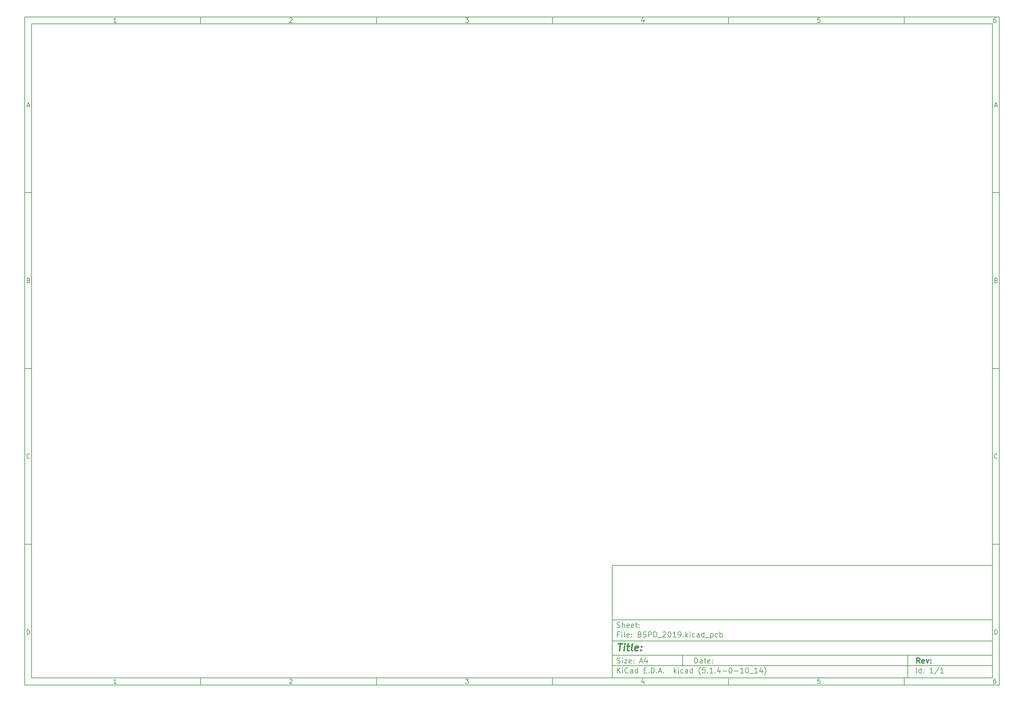
<source format=gbr>
G04 #@! TF.GenerationSoftware,KiCad,Pcbnew,(5.1.4-0-10_14)*
G04 #@! TF.CreationDate,2019-11-07T13:02:38-08:00*
G04 #@! TF.ProjectId,BSPD_2019,42535044-5f32-4303-9139-2e6b69636164,rev?*
G04 #@! TF.SameCoordinates,Original*
G04 #@! TF.FileFunction,Legend,Bot*
G04 #@! TF.FilePolarity,Positive*
%FSLAX46Y46*%
G04 Gerber Fmt 4.6, Leading zero omitted, Abs format (unit mm)*
G04 Created by KiCad (PCBNEW (5.1.4-0-10_14)) date 2019-11-07 13:02:38*
%MOMM*%
%LPD*%
G04 APERTURE LIST*
%ADD10C,0.100000*%
%ADD11C,0.150000*%
%ADD12C,0.300000*%
%ADD13C,0.400000*%
G04 APERTURE END LIST*
D10*
D11*
X177002200Y-166007200D02*
X177002200Y-198007200D01*
X285002200Y-198007200D01*
X285002200Y-166007200D01*
X177002200Y-166007200D01*
D10*
D11*
X10000000Y-10000000D02*
X10000000Y-200007200D01*
X287002200Y-200007200D01*
X287002200Y-10000000D01*
X10000000Y-10000000D01*
D10*
D11*
X12000000Y-12000000D02*
X12000000Y-198007200D01*
X285002200Y-198007200D01*
X285002200Y-12000000D01*
X12000000Y-12000000D01*
D10*
D11*
X60000000Y-12000000D02*
X60000000Y-10000000D01*
D10*
D11*
X110000000Y-12000000D02*
X110000000Y-10000000D01*
D10*
D11*
X160000000Y-12000000D02*
X160000000Y-10000000D01*
D10*
D11*
X210000000Y-12000000D02*
X210000000Y-10000000D01*
D10*
D11*
X260000000Y-12000000D02*
X260000000Y-10000000D01*
D10*
D11*
X36065476Y-11588095D02*
X35322619Y-11588095D01*
X35694047Y-11588095D02*
X35694047Y-10288095D01*
X35570238Y-10473809D01*
X35446428Y-10597619D01*
X35322619Y-10659523D01*
D10*
D11*
X85322619Y-10411904D02*
X85384523Y-10350000D01*
X85508333Y-10288095D01*
X85817857Y-10288095D01*
X85941666Y-10350000D01*
X86003571Y-10411904D01*
X86065476Y-10535714D01*
X86065476Y-10659523D01*
X86003571Y-10845238D01*
X85260714Y-11588095D01*
X86065476Y-11588095D01*
D10*
D11*
X135260714Y-10288095D02*
X136065476Y-10288095D01*
X135632142Y-10783333D01*
X135817857Y-10783333D01*
X135941666Y-10845238D01*
X136003571Y-10907142D01*
X136065476Y-11030952D01*
X136065476Y-11340476D01*
X136003571Y-11464285D01*
X135941666Y-11526190D01*
X135817857Y-11588095D01*
X135446428Y-11588095D01*
X135322619Y-11526190D01*
X135260714Y-11464285D01*
D10*
D11*
X185941666Y-10721428D02*
X185941666Y-11588095D01*
X185632142Y-10226190D02*
X185322619Y-11154761D01*
X186127380Y-11154761D01*
D10*
D11*
X236003571Y-10288095D02*
X235384523Y-10288095D01*
X235322619Y-10907142D01*
X235384523Y-10845238D01*
X235508333Y-10783333D01*
X235817857Y-10783333D01*
X235941666Y-10845238D01*
X236003571Y-10907142D01*
X236065476Y-11030952D01*
X236065476Y-11340476D01*
X236003571Y-11464285D01*
X235941666Y-11526190D01*
X235817857Y-11588095D01*
X235508333Y-11588095D01*
X235384523Y-11526190D01*
X235322619Y-11464285D01*
D10*
D11*
X285941666Y-10288095D02*
X285694047Y-10288095D01*
X285570238Y-10350000D01*
X285508333Y-10411904D01*
X285384523Y-10597619D01*
X285322619Y-10845238D01*
X285322619Y-11340476D01*
X285384523Y-11464285D01*
X285446428Y-11526190D01*
X285570238Y-11588095D01*
X285817857Y-11588095D01*
X285941666Y-11526190D01*
X286003571Y-11464285D01*
X286065476Y-11340476D01*
X286065476Y-11030952D01*
X286003571Y-10907142D01*
X285941666Y-10845238D01*
X285817857Y-10783333D01*
X285570238Y-10783333D01*
X285446428Y-10845238D01*
X285384523Y-10907142D01*
X285322619Y-11030952D01*
D10*
D11*
X60000000Y-198007200D02*
X60000000Y-200007200D01*
D10*
D11*
X110000000Y-198007200D02*
X110000000Y-200007200D01*
D10*
D11*
X160000000Y-198007200D02*
X160000000Y-200007200D01*
D10*
D11*
X210000000Y-198007200D02*
X210000000Y-200007200D01*
D10*
D11*
X260000000Y-198007200D02*
X260000000Y-200007200D01*
D10*
D11*
X36065476Y-199595295D02*
X35322619Y-199595295D01*
X35694047Y-199595295D02*
X35694047Y-198295295D01*
X35570238Y-198481009D01*
X35446428Y-198604819D01*
X35322619Y-198666723D01*
D10*
D11*
X85322619Y-198419104D02*
X85384523Y-198357200D01*
X85508333Y-198295295D01*
X85817857Y-198295295D01*
X85941666Y-198357200D01*
X86003571Y-198419104D01*
X86065476Y-198542914D01*
X86065476Y-198666723D01*
X86003571Y-198852438D01*
X85260714Y-199595295D01*
X86065476Y-199595295D01*
D10*
D11*
X135260714Y-198295295D02*
X136065476Y-198295295D01*
X135632142Y-198790533D01*
X135817857Y-198790533D01*
X135941666Y-198852438D01*
X136003571Y-198914342D01*
X136065476Y-199038152D01*
X136065476Y-199347676D01*
X136003571Y-199471485D01*
X135941666Y-199533390D01*
X135817857Y-199595295D01*
X135446428Y-199595295D01*
X135322619Y-199533390D01*
X135260714Y-199471485D01*
D10*
D11*
X185941666Y-198728628D02*
X185941666Y-199595295D01*
X185632142Y-198233390D02*
X185322619Y-199161961D01*
X186127380Y-199161961D01*
D10*
D11*
X236003571Y-198295295D02*
X235384523Y-198295295D01*
X235322619Y-198914342D01*
X235384523Y-198852438D01*
X235508333Y-198790533D01*
X235817857Y-198790533D01*
X235941666Y-198852438D01*
X236003571Y-198914342D01*
X236065476Y-199038152D01*
X236065476Y-199347676D01*
X236003571Y-199471485D01*
X235941666Y-199533390D01*
X235817857Y-199595295D01*
X235508333Y-199595295D01*
X235384523Y-199533390D01*
X235322619Y-199471485D01*
D10*
D11*
X285941666Y-198295295D02*
X285694047Y-198295295D01*
X285570238Y-198357200D01*
X285508333Y-198419104D01*
X285384523Y-198604819D01*
X285322619Y-198852438D01*
X285322619Y-199347676D01*
X285384523Y-199471485D01*
X285446428Y-199533390D01*
X285570238Y-199595295D01*
X285817857Y-199595295D01*
X285941666Y-199533390D01*
X286003571Y-199471485D01*
X286065476Y-199347676D01*
X286065476Y-199038152D01*
X286003571Y-198914342D01*
X285941666Y-198852438D01*
X285817857Y-198790533D01*
X285570238Y-198790533D01*
X285446428Y-198852438D01*
X285384523Y-198914342D01*
X285322619Y-199038152D01*
D10*
D11*
X10000000Y-60000000D02*
X12000000Y-60000000D01*
D10*
D11*
X10000000Y-110000000D02*
X12000000Y-110000000D01*
D10*
D11*
X10000000Y-160000000D02*
X12000000Y-160000000D01*
D10*
D11*
X10690476Y-35216666D02*
X11309523Y-35216666D01*
X10566666Y-35588095D02*
X11000000Y-34288095D01*
X11433333Y-35588095D01*
D10*
D11*
X11092857Y-84907142D02*
X11278571Y-84969047D01*
X11340476Y-85030952D01*
X11402380Y-85154761D01*
X11402380Y-85340476D01*
X11340476Y-85464285D01*
X11278571Y-85526190D01*
X11154761Y-85588095D01*
X10659523Y-85588095D01*
X10659523Y-84288095D01*
X11092857Y-84288095D01*
X11216666Y-84350000D01*
X11278571Y-84411904D01*
X11340476Y-84535714D01*
X11340476Y-84659523D01*
X11278571Y-84783333D01*
X11216666Y-84845238D01*
X11092857Y-84907142D01*
X10659523Y-84907142D01*
D10*
D11*
X11402380Y-135464285D02*
X11340476Y-135526190D01*
X11154761Y-135588095D01*
X11030952Y-135588095D01*
X10845238Y-135526190D01*
X10721428Y-135402380D01*
X10659523Y-135278571D01*
X10597619Y-135030952D01*
X10597619Y-134845238D01*
X10659523Y-134597619D01*
X10721428Y-134473809D01*
X10845238Y-134350000D01*
X11030952Y-134288095D01*
X11154761Y-134288095D01*
X11340476Y-134350000D01*
X11402380Y-134411904D01*
D10*
D11*
X10659523Y-185588095D02*
X10659523Y-184288095D01*
X10969047Y-184288095D01*
X11154761Y-184350000D01*
X11278571Y-184473809D01*
X11340476Y-184597619D01*
X11402380Y-184845238D01*
X11402380Y-185030952D01*
X11340476Y-185278571D01*
X11278571Y-185402380D01*
X11154761Y-185526190D01*
X10969047Y-185588095D01*
X10659523Y-185588095D01*
D10*
D11*
X287002200Y-60000000D02*
X285002200Y-60000000D01*
D10*
D11*
X287002200Y-110000000D02*
X285002200Y-110000000D01*
D10*
D11*
X287002200Y-160000000D02*
X285002200Y-160000000D01*
D10*
D11*
X285692676Y-35216666D02*
X286311723Y-35216666D01*
X285568866Y-35588095D02*
X286002200Y-34288095D01*
X286435533Y-35588095D01*
D10*
D11*
X286095057Y-84907142D02*
X286280771Y-84969047D01*
X286342676Y-85030952D01*
X286404580Y-85154761D01*
X286404580Y-85340476D01*
X286342676Y-85464285D01*
X286280771Y-85526190D01*
X286156961Y-85588095D01*
X285661723Y-85588095D01*
X285661723Y-84288095D01*
X286095057Y-84288095D01*
X286218866Y-84350000D01*
X286280771Y-84411904D01*
X286342676Y-84535714D01*
X286342676Y-84659523D01*
X286280771Y-84783333D01*
X286218866Y-84845238D01*
X286095057Y-84907142D01*
X285661723Y-84907142D01*
D10*
D11*
X286404580Y-135464285D02*
X286342676Y-135526190D01*
X286156961Y-135588095D01*
X286033152Y-135588095D01*
X285847438Y-135526190D01*
X285723628Y-135402380D01*
X285661723Y-135278571D01*
X285599819Y-135030952D01*
X285599819Y-134845238D01*
X285661723Y-134597619D01*
X285723628Y-134473809D01*
X285847438Y-134350000D01*
X286033152Y-134288095D01*
X286156961Y-134288095D01*
X286342676Y-134350000D01*
X286404580Y-134411904D01*
D10*
D11*
X285661723Y-185588095D02*
X285661723Y-184288095D01*
X285971247Y-184288095D01*
X286156961Y-184350000D01*
X286280771Y-184473809D01*
X286342676Y-184597619D01*
X286404580Y-184845238D01*
X286404580Y-185030952D01*
X286342676Y-185278571D01*
X286280771Y-185402380D01*
X286156961Y-185526190D01*
X285971247Y-185588095D01*
X285661723Y-185588095D01*
D10*
D11*
X200434342Y-193785771D02*
X200434342Y-192285771D01*
X200791485Y-192285771D01*
X201005771Y-192357200D01*
X201148628Y-192500057D01*
X201220057Y-192642914D01*
X201291485Y-192928628D01*
X201291485Y-193142914D01*
X201220057Y-193428628D01*
X201148628Y-193571485D01*
X201005771Y-193714342D01*
X200791485Y-193785771D01*
X200434342Y-193785771D01*
X202577200Y-193785771D02*
X202577200Y-193000057D01*
X202505771Y-192857200D01*
X202362914Y-192785771D01*
X202077200Y-192785771D01*
X201934342Y-192857200D01*
X202577200Y-193714342D02*
X202434342Y-193785771D01*
X202077200Y-193785771D01*
X201934342Y-193714342D01*
X201862914Y-193571485D01*
X201862914Y-193428628D01*
X201934342Y-193285771D01*
X202077200Y-193214342D01*
X202434342Y-193214342D01*
X202577200Y-193142914D01*
X203077200Y-192785771D02*
X203648628Y-192785771D01*
X203291485Y-192285771D02*
X203291485Y-193571485D01*
X203362914Y-193714342D01*
X203505771Y-193785771D01*
X203648628Y-193785771D01*
X204720057Y-193714342D02*
X204577200Y-193785771D01*
X204291485Y-193785771D01*
X204148628Y-193714342D01*
X204077200Y-193571485D01*
X204077200Y-193000057D01*
X204148628Y-192857200D01*
X204291485Y-192785771D01*
X204577200Y-192785771D01*
X204720057Y-192857200D01*
X204791485Y-193000057D01*
X204791485Y-193142914D01*
X204077200Y-193285771D01*
X205434342Y-193642914D02*
X205505771Y-193714342D01*
X205434342Y-193785771D01*
X205362914Y-193714342D01*
X205434342Y-193642914D01*
X205434342Y-193785771D01*
X205434342Y-192857200D02*
X205505771Y-192928628D01*
X205434342Y-193000057D01*
X205362914Y-192928628D01*
X205434342Y-192857200D01*
X205434342Y-193000057D01*
D10*
D11*
X177002200Y-194507200D02*
X285002200Y-194507200D01*
D10*
D11*
X178434342Y-196585771D02*
X178434342Y-195085771D01*
X179291485Y-196585771D02*
X178648628Y-195728628D01*
X179291485Y-195085771D02*
X178434342Y-195942914D01*
X179934342Y-196585771D02*
X179934342Y-195585771D01*
X179934342Y-195085771D02*
X179862914Y-195157200D01*
X179934342Y-195228628D01*
X180005771Y-195157200D01*
X179934342Y-195085771D01*
X179934342Y-195228628D01*
X181505771Y-196442914D02*
X181434342Y-196514342D01*
X181220057Y-196585771D01*
X181077200Y-196585771D01*
X180862914Y-196514342D01*
X180720057Y-196371485D01*
X180648628Y-196228628D01*
X180577200Y-195942914D01*
X180577200Y-195728628D01*
X180648628Y-195442914D01*
X180720057Y-195300057D01*
X180862914Y-195157200D01*
X181077200Y-195085771D01*
X181220057Y-195085771D01*
X181434342Y-195157200D01*
X181505771Y-195228628D01*
X182791485Y-196585771D02*
X182791485Y-195800057D01*
X182720057Y-195657200D01*
X182577200Y-195585771D01*
X182291485Y-195585771D01*
X182148628Y-195657200D01*
X182791485Y-196514342D02*
X182648628Y-196585771D01*
X182291485Y-196585771D01*
X182148628Y-196514342D01*
X182077200Y-196371485D01*
X182077200Y-196228628D01*
X182148628Y-196085771D01*
X182291485Y-196014342D01*
X182648628Y-196014342D01*
X182791485Y-195942914D01*
X184148628Y-196585771D02*
X184148628Y-195085771D01*
X184148628Y-196514342D02*
X184005771Y-196585771D01*
X183720057Y-196585771D01*
X183577200Y-196514342D01*
X183505771Y-196442914D01*
X183434342Y-196300057D01*
X183434342Y-195871485D01*
X183505771Y-195728628D01*
X183577200Y-195657200D01*
X183720057Y-195585771D01*
X184005771Y-195585771D01*
X184148628Y-195657200D01*
X186005771Y-195800057D02*
X186505771Y-195800057D01*
X186720057Y-196585771D02*
X186005771Y-196585771D01*
X186005771Y-195085771D01*
X186720057Y-195085771D01*
X187362914Y-196442914D02*
X187434342Y-196514342D01*
X187362914Y-196585771D01*
X187291485Y-196514342D01*
X187362914Y-196442914D01*
X187362914Y-196585771D01*
X188077200Y-196585771D02*
X188077200Y-195085771D01*
X188434342Y-195085771D01*
X188648628Y-195157200D01*
X188791485Y-195300057D01*
X188862914Y-195442914D01*
X188934342Y-195728628D01*
X188934342Y-195942914D01*
X188862914Y-196228628D01*
X188791485Y-196371485D01*
X188648628Y-196514342D01*
X188434342Y-196585771D01*
X188077200Y-196585771D01*
X189577200Y-196442914D02*
X189648628Y-196514342D01*
X189577200Y-196585771D01*
X189505771Y-196514342D01*
X189577200Y-196442914D01*
X189577200Y-196585771D01*
X190220057Y-196157200D02*
X190934342Y-196157200D01*
X190077200Y-196585771D02*
X190577200Y-195085771D01*
X191077200Y-196585771D01*
X191577200Y-196442914D02*
X191648628Y-196514342D01*
X191577200Y-196585771D01*
X191505771Y-196514342D01*
X191577200Y-196442914D01*
X191577200Y-196585771D01*
X194577200Y-196585771D02*
X194577200Y-195085771D01*
X194720057Y-196014342D02*
X195148628Y-196585771D01*
X195148628Y-195585771D02*
X194577200Y-196157200D01*
X195791485Y-196585771D02*
X195791485Y-195585771D01*
X195791485Y-195085771D02*
X195720057Y-195157200D01*
X195791485Y-195228628D01*
X195862914Y-195157200D01*
X195791485Y-195085771D01*
X195791485Y-195228628D01*
X197148628Y-196514342D02*
X197005771Y-196585771D01*
X196720057Y-196585771D01*
X196577200Y-196514342D01*
X196505771Y-196442914D01*
X196434342Y-196300057D01*
X196434342Y-195871485D01*
X196505771Y-195728628D01*
X196577200Y-195657200D01*
X196720057Y-195585771D01*
X197005771Y-195585771D01*
X197148628Y-195657200D01*
X198434342Y-196585771D02*
X198434342Y-195800057D01*
X198362914Y-195657200D01*
X198220057Y-195585771D01*
X197934342Y-195585771D01*
X197791485Y-195657200D01*
X198434342Y-196514342D02*
X198291485Y-196585771D01*
X197934342Y-196585771D01*
X197791485Y-196514342D01*
X197720057Y-196371485D01*
X197720057Y-196228628D01*
X197791485Y-196085771D01*
X197934342Y-196014342D01*
X198291485Y-196014342D01*
X198434342Y-195942914D01*
X199791485Y-196585771D02*
X199791485Y-195085771D01*
X199791485Y-196514342D02*
X199648628Y-196585771D01*
X199362914Y-196585771D01*
X199220057Y-196514342D01*
X199148628Y-196442914D01*
X199077200Y-196300057D01*
X199077200Y-195871485D01*
X199148628Y-195728628D01*
X199220057Y-195657200D01*
X199362914Y-195585771D01*
X199648628Y-195585771D01*
X199791485Y-195657200D01*
X202077200Y-197157200D02*
X202005771Y-197085771D01*
X201862914Y-196871485D01*
X201791485Y-196728628D01*
X201720057Y-196514342D01*
X201648628Y-196157200D01*
X201648628Y-195871485D01*
X201720057Y-195514342D01*
X201791485Y-195300057D01*
X201862914Y-195157200D01*
X202005771Y-194942914D01*
X202077200Y-194871485D01*
X203362914Y-195085771D02*
X202648628Y-195085771D01*
X202577200Y-195800057D01*
X202648628Y-195728628D01*
X202791485Y-195657200D01*
X203148628Y-195657200D01*
X203291485Y-195728628D01*
X203362914Y-195800057D01*
X203434342Y-195942914D01*
X203434342Y-196300057D01*
X203362914Y-196442914D01*
X203291485Y-196514342D01*
X203148628Y-196585771D01*
X202791485Y-196585771D01*
X202648628Y-196514342D01*
X202577200Y-196442914D01*
X204077200Y-196442914D02*
X204148628Y-196514342D01*
X204077200Y-196585771D01*
X204005771Y-196514342D01*
X204077200Y-196442914D01*
X204077200Y-196585771D01*
X205577200Y-196585771D02*
X204720057Y-196585771D01*
X205148628Y-196585771D02*
X205148628Y-195085771D01*
X205005771Y-195300057D01*
X204862914Y-195442914D01*
X204720057Y-195514342D01*
X206220057Y-196442914D02*
X206291485Y-196514342D01*
X206220057Y-196585771D01*
X206148628Y-196514342D01*
X206220057Y-196442914D01*
X206220057Y-196585771D01*
X207577200Y-195585771D02*
X207577200Y-196585771D01*
X207220057Y-195014342D02*
X206862914Y-196085771D01*
X207791485Y-196085771D01*
X208362914Y-196014342D02*
X209505771Y-196014342D01*
X210505771Y-195085771D02*
X210648628Y-195085771D01*
X210791485Y-195157200D01*
X210862914Y-195228628D01*
X210934342Y-195371485D01*
X211005771Y-195657200D01*
X211005771Y-196014342D01*
X210934342Y-196300057D01*
X210862914Y-196442914D01*
X210791485Y-196514342D01*
X210648628Y-196585771D01*
X210505771Y-196585771D01*
X210362914Y-196514342D01*
X210291485Y-196442914D01*
X210220057Y-196300057D01*
X210148628Y-196014342D01*
X210148628Y-195657200D01*
X210220057Y-195371485D01*
X210291485Y-195228628D01*
X210362914Y-195157200D01*
X210505771Y-195085771D01*
X211648628Y-196014342D02*
X212791485Y-196014342D01*
X214291485Y-196585771D02*
X213434342Y-196585771D01*
X213862914Y-196585771D02*
X213862914Y-195085771D01*
X213720057Y-195300057D01*
X213577200Y-195442914D01*
X213434342Y-195514342D01*
X215220057Y-195085771D02*
X215362914Y-195085771D01*
X215505771Y-195157200D01*
X215577200Y-195228628D01*
X215648628Y-195371485D01*
X215720057Y-195657200D01*
X215720057Y-196014342D01*
X215648628Y-196300057D01*
X215577200Y-196442914D01*
X215505771Y-196514342D01*
X215362914Y-196585771D01*
X215220057Y-196585771D01*
X215077200Y-196514342D01*
X215005771Y-196442914D01*
X214934342Y-196300057D01*
X214862914Y-196014342D01*
X214862914Y-195657200D01*
X214934342Y-195371485D01*
X215005771Y-195228628D01*
X215077200Y-195157200D01*
X215220057Y-195085771D01*
X216005771Y-196728628D02*
X217148628Y-196728628D01*
X218291485Y-196585771D02*
X217434342Y-196585771D01*
X217862914Y-196585771D02*
X217862914Y-195085771D01*
X217720057Y-195300057D01*
X217577200Y-195442914D01*
X217434342Y-195514342D01*
X219577200Y-195585771D02*
X219577200Y-196585771D01*
X219220057Y-195014342D02*
X218862914Y-196085771D01*
X219791485Y-196085771D01*
X220220057Y-197157200D02*
X220291485Y-197085771D01*
X220434342Y-196871485D01*
X220505771Y-196728628D01*
X220577200Y-196514342D01*
X220648628Y-196157200D01*
X220648628Y-195871485D01*
X220577200Y-195514342D01*
X220505771Y-195300057D01*
X220434342Y-195157200D01*
X220291485Y-194942914D01*
X220220057Y-194871485D01*
D10*
D11*
X177002200Y-191507200D02*
X285002200Y-191507200D01*
D10*
D12*
X264411485Y-193785771D02*
X263911485Y-193071485D01*
X263554342Y-193785771D02*
X263554342Y-192285771D01*
X264125771Y-192285771D01*
X264268628Y-192357200D01*
X264340057Y-192428628D01*
X264411485Y-192571485D01*
X264411485Y-192785771D01*
X264340057Y-192928628D01*
X264268628Y-193000057D01*
X264125771Y-193071485D01*
X263554342Y-193071485D01*
X265625771Y-193714342D02*
X265482914Y-193785771D01*
X265197200Y-193785771D01*
X265054342Y-193714342D01*
X264982914Y-193571485D01*
X264982914Y-193000057D01*
X265054342Y-192857200D01*
X265197200Y-192785771D01*
X265482914Y-192785771D01*
X265625771Y-192857200D01*
X265697200Y-193000057D01*
X265697200Y-193142914D01*
X264982914Y-193285771D01*
X266197200Y-192785771D02*
X266554342Y-193785771D01*
X266911485Y-192785771D01*
X267482914Y-193642914D02*
X267554342Y-193714342D01*
X267482914Y-193785771D01*
X267411485Y-193714342D01*
X267482914Y-193642914D01*
X267482914Y-193785771D01*
X267482914Y-192857200D02*
X267554342Y-192928628D01*
X267482914Y-193000057D01*
X267411485Y-192928628D01*
X267482914Y-192857200D01*
X267482914Y-193000057D01*
D10*
D11*
X178362914Y-193714342D02*
X178577200Y-193785771D01*
X178934342Y-193785771D01*
X179077200Y-193714342D01*
X179148628Y-193642914D01*
X179220057Y-193500057D01*
X179220057Y-193357200D01*
X179148628Y-193214342D01*
X179077200Y-193142914D01*
X178934342Y-193071485D01*
X178648628Y-193000057D01*
X178505771Y-192928628D01*
X178434342Y-192857200D01*
X178362914Y-192714342D01*
X178362914Y-192571485D01*
X178434342Y-192428628D01*
X178505771Y-192357200D01*
X178648628Y-192285771D01*
X179005771Y-192285771D01*
X179220057Y-192357200D01*
X179862914Y-193785771D02*
X179862914Y-192785771D01*
X179862914Y-192285771D02*
X179791485Y-192357200D01*
X179862914Y-192428628D01*
X179934342Y-192357200D01*
X179862914Y-192285771D01*
X179862914Y-192428628D01*
X180434342Y-192785771D02*
X181220057Y-192785771D01*
X180434342Y-193785771D01*
X181220057Y-193785771D01*
X182362914Y-193714342D02*
X182220057Y-193785771D01*
X181934342Y-193785771D01*
X181791485Y-193714342D01*
X181720057Y-193571485D01*
X181720057Y-193000057D01*
X181791485Y-192857200D01*
X181934342Y-192785771D01*
X182220057Y-192785771D01*
X182362914Y-192857200D01*
X182434342Y-193000057D01*
X182434342Y-193142914D01*
X181720057Y-193285771D01*
X183077200Y-193642914D02*
X183148628Y-193714342D01*
X183077200Y-193785771D01*
X183005771Y-193714342D01*
X183077200Y-193642914D01*
X183077200Y-193785771D01*
X183077200Y-192857200D02*
X183148628Y-192928628D01*
X183077200Y-193000057D01*
X183005771Y-192928628D01*
X183077200Y-192857200D01*
X183077200Y-193000057D01*
X184862914Y-193357200D02*
X185577200Y-193357200D01*
X184720057Y-193785771D02*
X185220057Y-192285771D01*
X185720057Y-193785771D01*
X186862914Y-192785771D02*
X186862914Y-193785771D01*
X186505771Y-192214342D02*
X186148628Y-193285771D01*
X187077200Y-193285771D01*
D10*
D11*
X263434342Y-196585771D02*
X263434342Y-195085771D01*
X264791485Y-196585771D02*
X264791485Y-195085771D01*
X264791485Y-196514342D02*
X264648628Y-196585771D01*
X264362914Y-196585771D01*
X264220057Y-196514342D01*
X264148628Y-196442914D01*
X264077200Y-196300057D01*
X264077200Y-195871485D01*
X264148628Y-195728628D01*
X264220057Y-195657200D01*
X264362914Y-195585771D01*
X264648628Y-195585771D01*
X264791485Y-195657200D01*
X265505771Y-196442914D02*
X265577200Y-196514342D01*
X265505771Y-196585771D01*
X265434342Y-196514342D01*
X265505771Y-196442914D01*
X265505771Y-196585771D01*
X265505771Y-195657200D02*
X265577200Y-195728628D01*
X265505771Y-195800057D01*
X265434342Y-195728628D01*
X265505771Y-195657200D01*
X265505771Y-195800057D01*
X268148628Y-196585771D02*
X267291485Y-196585771D01*
X267720057Y-196585771D02*
X267720057Y-195085771D01*
X267577200Y-195300057D01*
X267434342Y-195442914D01*
X267291485Y-195514342D01*
X269862914Y-195014342D02*
X268577200Y-196942914D01*
X271148628Y-196585771D02*
X270291485Y-196585771D01*
X270720057Y-196585771D02*
X270720057Y-195085771D01*
X270577200Y-195300057D01*
X270434342Y-195442914D01*
X270291485Y-195514342D01*
D10*
D11*
X177002200Y-187507200D02*
X285002200Y-187507200D01*
D10*
D13*
X178714580Y-188211961D02*
X179857438Y-188211961D01*
X179036009Y-190211961D02*
X179286009Y-188211961D01*
X180274104Y-190211961D02*
X180440771Y-188878628D01*
X180524104Y-188211961D02*
X180416961Y-188307200D01*
X180500295Y-188402438D01*
X180607438Y-188307200D01*
X180524104Y-188211961D01*
X180500295Y-188402438D01*
X181107438Y-188878628D02*
X181869342Y-188878628D01*
X181476485Y-188211961D02*
X181262200Y-189926247D01*
X181333628Y-190116723D01*
X181512200Y-190211961D01*
X181702676Y-190211961D01*
X182655057Y-190211961D02*
X182476485Y-190116723D01*
X182405057Y-189926247D01*
X182619342Y-188211961D01*
X184190771Y-190116723D02*
X183988390Y-190211961D01*
X183607438Y-190211961D01*
X183428866Y-190116723D01*
X183357438Y-189926247D01*
X183452676Y-189164342D01*
X183571723Y-188973866D01*
X183774104Y-188878628D01*
X184155057Y-188878628D01*
X184333628Y-188973866D01*
X184405057Y-189164342D01*
X184381247Y-189354819D01*
X183405057Y-189545295D01*
X185155057Y-190021485D02*
X185238390Y-190116723D01*
X185131247Y-190211961D01*
X185047914Y-190116723D01*
X185155057Y-190021485D01*
X185131247Y-190211961D01*
X185286009Y-188973866D02*
X185369342Y-189069104D01*
X185262200Y-189164342D01*
X185178866Y-189069104D01*
X185286009Y-188973866D01*
X185262200Y-189164342D01*
D10*
D11*
X178934342Y-185600057D02*
X178434342Y-185600057D01*
X178434342Y-186385771D02*
X178434342Y-184885771D01*
X179148628Y-184885771D01*
X179720057Y-186385771D02*
X179720057Y-185385771D01*
X179720057Y-184885771D02*
X179648628Y-184957200D01*
X179720057Y-185028628D01*
X179791485Y-184957200D01*
X179720057Y-184885771D01*
X179720057Y-185028628D01*
X180648628Y-186385771D02*
X180505771Y-186314342D01*
X180434342Y-186171485D01*
X180434342Y-184885771D01*
X181791485Y-186314342D02*
X181648628Y-186385771D01*
X181362914Y-186385771D01*
X181220057Y-186314342D01*
X181148628Y-186171485D01*
X181148628Y-185600057D01*
X181220057Y-185457200D01*
X181362914Y-185385771D01*
X181648628Y-185385771D01*
X181791485Y-185457200D01*
X181862914Y-185600057D01*
X181862914Y-185742914D01*
X181148628Y-185885771D01*
X182505771Y-186242914D02*
X182577200Y-186314342D01*
X182505771Y-186385771D01*
X182434342Y-186314342D01*
X182505771Y-186242914D01*
X182505771Y-186385771D01*
X182505771Y-185457200D02*
X182577200Y-185528628D01*
X182505771Y-185600057D01*
X182434342Y-185528628D01*
X182505771Y-185457200D01*
X182505771Y-185600057D01*
X184862914Y-185600057D02*
X185077200Y-185671485D01*
X185148628Y-185742914D01*
X185220057Y-185885771D01*
X185220057Y-186100057D01*
X185148628Y-186242914D01*
X185077200Y-186314342D01*
X184934342Y-186385771D01*
X184362914Y-186385771D01*
X184362914Y-184885771D01*
X184862914Y-184885771D01*
X185005771Y-184957200D01*
X185077200Y-185028628D01*
X185148628Y-185171485D01*
X185148628Y-185314342D01*
X185077200Y-185457200D01*
X185005771Y-185528628D01*
X184862914Y-185600057D01*
X184362914Y-185600057D01*
X185791485Y-186314342D02*
X186005771Y-186385771D01*
X186362914Y-186385771D01*
X186505771Y-186314342D01*
X186577200Y-186242914D01*
X186648628Y-186100057D01*
X186648628Y-185957200D01*
X186577200Y-185814342D01*
X186505771Y-185742914D01*
X186362914Y-185671485D01*
X186077200Y-185600057D01*
X185934342Y-185528628D01*
X185862914Y-185457200D01*
X185791485Y-185314342D01*
X185791485Y-185171485D01*
X185862914Y-185028628D01*
X185934342Y-184957200D01*
X186077200Y-184885771D01*
X186434342Y-184885771D01*
X186648628Y-184957200D01*
X187291485Y-186385771D02*
X187291485Y-184885771D01*
X187862914Y-184885771D01*
X188005771Y-184957200D01*
X188077200Y-185028628D01*
X188148628Y-185171485D01*
X188148628Y-185385771D01*
X188077200Y-185528628D01*
X188005771Y-185600057D01*
X187862914Y-185671485D01*
X187291485Y-185671485D01*
X188791485Y-186385771D02*
X188791485Y-184885771D01*
X189148628Y-184885771D01*
X189362914Y-184957200D01*
X189505771Y-185100057D01*
X189577200Y-185242914D01*
X189648628Y-185528628D01*
X189648628Y-185742914D01*
X189577200Y-186028628D01*
X189505771Y-186171485D01*
X189362914Y-186314342D01*
X189148628Y-186385771D01*
X188791485Y-186385771D01*
X189934342Y-186528628D02*
X191077200Y-186528628D01*
X191362914Y-185028628D02*
X191434342Y-184957200D01*
X191577200Y-184885771D01*
X191934342Y-184885771D01*
X192077200Y-184957200D01*
X192148628Y-185028628D01*
X192220057Y-185171485D01*
X192220057Y-185314342D01*
X192148628Y-185528628D01*
X191291485Y-186385771D01*
X192220057Y-186385771D01*
X193148628Y-184885771D02*
X193291485Y-184885771D01*
X193434342Y-184957200D01*
X193505771Y-185028628D01*
X193577200Y-185171485D01*
X193648628Y-185457200D01*
X193648628Y-185814342D01*
X193577200Y-186100057D01*
X193505771Y-186242914D01*
X193434342Y-186314342D01*
X193291485Y-186385771D01*
X193148628Y-186385771D01*
X193005771Y-186314342D01*
X192934342Y-186242914D01*
X192862914Y-186100057D01*
X192791485Y-185814342D01*
X192791485Y-185457200D01*
X192862914Y-185171485D01*
X192934342Y-185028628D01*
X193005771Y-184957200D01*
X193148628Y-184885771D01*
X195077200Y-186385771D02*
X194220057Y-186385771D01*
X194648628Y-186385771D02*
X194648628Y-184885771D01*
X194505771Y-185100057D01*
X194362914Y-185242914D01*
X194220057Y-185314342D01*
X195791485Y-186385771D02*
X196077200Y-186385771D01*
X196220057Y-186314342D01*
X196291485Y-186242914D01*
X196434342Y-186028628D01*
X196505771Y-185742914D01*
X196505771Y-185171485D01*
X196434342Y-185028628D01*
X196362914Y-184957200D01*
X196220057Y-184885771D01*
X195934342Y-184885771D01*
X195791485Y-184957200D01*
X195720057Y-185028628D01*
X195648628Y-185171485D01*
X195648628Y-185528628D01*
X195720057Y-185671485D01*
X195791485Y-185742914D01*
X195934342Y-185814342D01*
X196220057Y-185814342D01*
X196362914Y-185742914D01*
X196434342Y-185671485D01*
X196505771Y-185528628D01*
X197148628Y-186242914D02*
X197220057Y-186314342D01*
X197148628Y-186385771D01*
X197077200Y-186314342D01*
X197148628Y-186242914D01*
X197148628Y-186385771D01*
X197862914Y-186385771D02*
X197862914Y-184885771D01*
X198005771Y-185814342D02*
X198434342Y-186385771D01*
X198434342Y-185385771D02*
X197862914Y-185957200D01*
X199077200Y-186385771D02*
X199077200Y-185385771D01*
X199077200Y-184885771D02*
X199005771Y-184957200D01*
X199077200Y-185028628D01*
X199148628Y-184957200D01*
X199077200Y-184885771D01*
X199077200Y-185028628D01*
X200434342Y-186314342D02*
X200291485Y-186385771D01*
X200005771Y-186385771D01*
X199862914Y-186314342D01*
X199791485Y-186242914D01*
X199720057Y-186100057D01*
X199720057Y-185671485D01*
X199791485Y-185528628D01*
X199862914Y-185457200D01*
X200005771Y-185385771D01*
X200291485Y-185385771D01*
X200434342Y-185457200D01*
X201720057Y-186385771D02*
X201720057Y-185600057D01*
X201648628Y-185457200D01*
X201505771Y-185385771D01*
X201220057Y-185385771D01*
X201077200Y-185457200D01*
X201720057Y-186314342D02*
X201577200Y-186385771D01*
X201220057Y-186385771D01*
X201077200Y-186314342D01*
X201005771Y-186171485D01*
X201005771Y-186028628D01*
X201077200Y-185885771D01*
X201220057Y-185814342D01*
X201577200Y-185814342D01*
X201720057Y-185742914D01*
X203077200Y-186385771D02*
X203077200Y-184885771D01*
X203077200Y-186314342D02*
X202934342Y-186385771D01*
X202648628Y-186385771D01*
X202505771Y-186314342D01*
X202434342Y-186242914D01*
X202362914Y-186100057D01*
X202362914Y-185671485D01*
X202434342Y-185528628D01*
X202505771Y-185457200D01*
X202648628Y-185385771D01*
X202934342Y-185385771D01*
X203077200Y-185457200D01*
X203434342Y-186528628D02*
X204577200Y-186528628D01*
X204934342Y-185385771D02*
X204934342Y-186885771D01*
X204934342Y-185457200D02*
X205077200Y-185385771D01*
X205362914Y-185385771D01*
X205505771Y-185457200D01*
X205577200Y-185528628D01*
X205648628Y-185671485D01*
X205648628Y-186100057D01*
X205577200Y-186242914D01*
X205505771Y-186314342D01*
X205362914Y-186385771D01*
X205077200Y-186385771D01*
X204934342Y-186314342D01*
X206934342Y-186314342D02*
X206791485Y-186385771D01*
X206505771Y-186385771D01*
X206362914Y-186314342D01*
X206291485Y-186242914D01*
X206220057Y-186100057D01*
X206220057Y-185671485D01*
X206291485Y-185528628D01*
X206362914Y-185457200D01*
X206505771Y-185385771D01*
X206791485Y-185385771D01*
X206934342Y-185457200D01*
X207577200Y-186385771D02*
X207577200Y-184885771D01*
X207577200Y-185457200D02*
X207720057Y-185385771D01*
X208005771Y-185385771D01*
X208148628Y-185457200D01*
X208220057Y-185528628D01*
X208291485Y-185671485D01*
X208291485Y-186100057D01*
X208220057Y-186242914D01*
X208148628Y-186314342D01*
X208005771Y-186385771D01*
X207720057Y-186385771D01*
X207577200Y-186314342D01*
D10*
D11*
X177002200Y-181507200D02*
X285002200Y-181507200D01*
D10*
D11*
X178362914Y-183614342D02*
X178577200Y-183685771D01*
X178934342Y-183685771D01*
X179077200Y-183614342D01*
X179148628Y-183542914D01*
X179220057Y-183400057D01*
X179220057Y-183257200D01*
X179148628Y-183114342D01*
X179077200Y-183042914D01*
X178934342Y-182971485D01*
X178648628Y-182900057D01*
X178505771Y-182828628D01*
X178434342Y-182757200D01*
X178362914Y-182614342D01*
X178362914Y-182471485D01*
X178434342Y-182328628D01*
X178505771Y-182257200D01*
X178648628Y-182185771D01*
X179005771Y-182185771D01*
X179220057Y-182257200D01*
X179862914Y-183685771D02*
X179862914Y-182185771D01*
X180505771Y-183685771D02*
X180505771Y-182900057D01*
X180434342Y-182757200D01*
X180291485Y-182685771D01*
X180077200Y-182685771D01*
X179934342Y-182757200D01*
X179862914Y-182828628D01*
X181791485Y-183614342D02*
X181648628Y-183685771D01*
X181362914Y-183685771D01*
X181220057Y-183614342D01*
X181148628Y-183471485D01*
X181148628Y-182900057D01*
X181220057Y-182757200D01*
X181362914Y-182685771D01*
X181648628Y-182685771D01*
X181791485Y-182757200D01*
X181862914Y-182900057D01*
X181862914Y-183042914D01*
X181148628Y-183185771D01*
X183077200Y-183614342D02*
X182934342Y-183685771D01*
X182648628Y-183685771D01*
X182505771Y-183614342D01*
X182434342Y-183471485D01*
X182434342Y-182900057D01*
X182505771Y-182757200D01*
X182648628Y-182685771D01*
X182934342Y-182685771D01*
X183077200Y-182757200D01*
X183148628Y-182900057D01*
X183148628Y-183042914D01*
X182434342Y-183185771D01*
X183577200Y-182685771D02*
X184148628Y-182685771D01*
X183791485Y-182185771D02*
X183791485Y-183471485D01*
X183862914Y-183614342D01*
X184005771Y-183685771D01*
X184148628Y-183685771D01*
X184648628Y-183542914D02*
X184720057Y-183614342D01*
X184648628Y-183685771D01*
X184577200Y-183614342D01*
X184648628Y-183542914D01*
X184648628Y-183685771D01*
X184648628Y-182757200D02*
X184720057Y-182828628D01*
X184648628Y-182900057D01*
X184577200Y-182828628D01*
X184648628Y-182757200D01*
X184648628Y-182900057D01*
D10*
D11*
X197002200Y-191507200D02*
X197002200Y-194507200D01*
D10*
D11*
X261002200Y-191507200D02*
X261002200Y-198007200D01*
M02*

</source>
